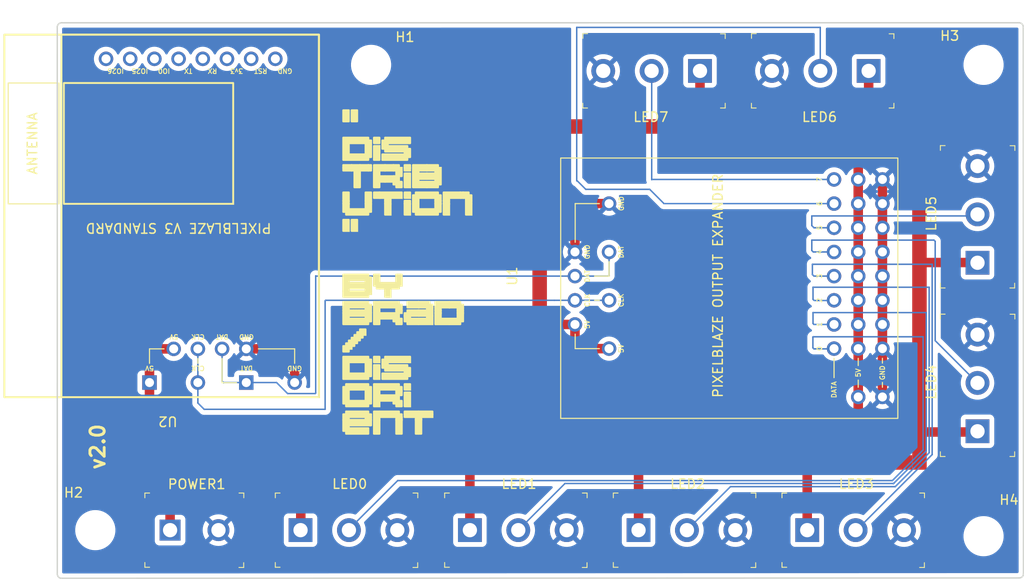
<source format=kicad_pcb>
(kicad_pcb (version 20211014) (generator pcbnew)
  (title_block (title "DiSTRiBUTiOn") (date "2022-11-19") (rev "1"))
  (layers (0 "F.Cu" signal "Top") (31 "B.Cu" signal "Bottom") (34 "B.Paste" user) (35 "F.Paste" user) (36 "B.SilkS" user "B.Silkscreen") (37 "F.SilkS" user "F.Silkscreen") (38 "B.Mask" user) (39 "F.Mask" user) (44 "Edge.Cuts" user))
  (net 0 "")
  (net 5 "+5V")
  (net 6 "/GND")
  (net 7 "/D3")
  (net 8 "/D2")
  (net 9 "/D1")
  (net 10 "/D0")
  (net 11 "/CLK")
  (net 12 "/DAT")
  (net 13 "/D7")
  (net 14 "/D6")
  (net 15 "/D5")
  (net 16 "/D4")
  (footprint "digikey-footprints:TERM_BLOCK_1x3_P5.08MM" (layer "F.Cu") (at 181.53 53.34 180)
    (fp_text reference "LED6")
    (fp_text value "OSTTC032162")
  )
  (footprint "digikey-footprints:Term_Block_1x2_P5.08MM" (layer "F.Cu") (at 108.182 101.6)
    (fp_text reference "POWER1")
    (fp_text value "OSTTC022162")
  )
  (footprint "MountingHole:MountingHole_3.2mm_M3" (layer "F.Cu") (at 129.286 52.705)
    (fp_text reference "H1")
    (fp_text value "MountingHole")
  )
  (footprint "MountingHole:MountingHole_3.2mm_M3" (layer "F.Cu") (at 100.33 101.6)
    (fp_text reference "H2")
    (fp_text value "MountingHole")
  )
  (footprint "digikey-footprints:TERM_BLOCK_1x3_P5.08MM" (layer "F.Cu") (at 192.96 73.5 90)
    (fp_text reference "LED5")
    (fp_text value "OSTTC032162")
  )
  (footprint "Pixelblaze:Pixelblaze-V3-Standard" (layer "F.Cu") (at 107.95 67.31 180)
    (fp_text reference "U2")
    (fp_text value "Pixelblaze-V3-Standard")
  )
  (footprint "digikey-footprints:TERM_BLOCK_1x3_P5.08MM" (layer "F.Cu") (at 139.66 101.6)
    (fp_text reference "LED1")
    (fp_text value "OSTTC032162")
  )
  (footprint "Pixelblaze:Pixelblaze-Output-Expander" (layer "F.Cu") (at 146.654 74.9046 90)
    (fp_text reference "U1")
    (fp_text value "Pixelblaze-Output-Expander")
  )
  (footprint "digikey-footprints:TERM_BLOCK_1x3_P5.08MM" (layer "F.Cu") (at 163.82 53.34 180)
    (fp_text reference "LED7")
    (fp_text value "OSTTC032162")
  )
  (footprint "MountingHole:MountingHole_3.2mm_M3" (layer "F.Cu") (at 193.595 102.235)
    (fp_text reference "H4")
    (fp_text value "MountingHole")
  )
  (footprint "MountingHole:MountingHole_3.2mm_M3" (layer "F.Cu") (at 193.595 52.705)
    (fp_text reference "H3")
    (fp_text value "MountingHole")
  )
  (footprint "digikey-footprints:TERM_BLOCK_1x3_P5.08MM" (layer "F.Cu") (at 175.08 101.6)
    (fp_text reference "LED3")
    (fp_text value "OSTTC032162")
  )
  (footprint "digikey-footprints:TERM_BLOCK_1x3_P5.08MM" (layer "F.Cu") (at 157.37 101.6)
    (fp_text reference "LED2")
    (fp_text value "OSTTC032162")
  )
  (footprint "digikey-footprints:TERM_BLOCK_1x3_P5.08MM" (layer "F.Cu") (at 192.96 91.21 90)
    (fp_text reference "LED4")
    (fp_text value "OSTTC032162")
  )
  (footprint "digikey-footprints:TERM_BLOCK_1x3_P5.08MM" (layer "F.Cu") (at 121.88 101.6)
    (fp_text reference "LED0")
    (fp_text value "OSTTC032162")
  )
  (gr_poly (pts (xy 138.658055 78.496583) (xy 138.365164 78.497375) (xy 138.365164 78.204744) (xy 138.658055 78.203954)) (layer "F.SilkS") (width 0.2) (fill solid))
  (gr_poly (pts (xy 138.950181 66.693255) (xy 138.659138 66.693255) (xy 138.659138 66.107732) (xy 138.950181 66.107732)) (layer "F.SilkS") (width 0.2) (fill solid))
  (gr_poly (pts (xy 126.363159 66.986151) (xy 126.656051 66.985884) (xy 126.656051 66.986151) (xy 126.948677 66.985884) (xy 126.948677 67.278776) (xy 126.656051 67.279043) (xy 126.656051 67.278776) (xy 126.363159 67.279043)) (layer "F.SilkS") (width 0.2) (fill solid))
  (gr_poly (pts (xy 135.730707 89.715711) (xy 134.55967 89.715711) (xy 134.55967 90.006749) (xy 134.267053 90.006749) (xy 134.267053 89.715711) (xy 134.55967 89.715711) (xy 134.55967 89.714383) (xy 134.267053 89.715711) (xy 134.267053 89.42308) (xy 134.55967 89.421756) (xy 134.55967 89.42308) (xy 134.852297 89.421756) (xy 134.852297 89.42308) (xy 135.145189 89.421756) (xy 135.145189 89.42308) (xy 135.437815 89.421756) (xy 135.437815 89.42308) (xy 135.730707 89.421756)) (layer "F.SilkS") (width 0.2) (fill solid))
  (gr_poly (pts (xy 131.046804 60.352518) (xy 133.095984 60.352518) (xy 133.095984 60.35252) (xy 133.388876 60.35252) (xy 133.388876 60.93778) (xy 133.095984 60.93778) (xy 133.095984 60.937778) (xy 131.046804 60.937778) (xy 131.046804 61.230668) (xy 131.339696 61.23067) (xy 131.339696 61.230668) (xy 131.632322 61.23067) (xy 131.632322 61.230668) (xy 131.924948 61.23067) (xy 131.924948 61.230668) (xy 132.21784 61.23067) (xy 132.21784 61.230668) (xy 132.510466 61.23067) (xy 132.510466 61.230668) (xy 132.803358 61.23067) (xy 132.803358 61.230668) (xy 133.095984 61.23067) (xy 133.095984 61.523302) (xy 133.388876 61.523302) (xy 133.388876 62.401456) (xy 133.095984 62.401456) (xy 133.095984 62.694348) (xy 132.803358 62.694348) (xy 132.803358 62.694347) (xy 130.754178 62.694347) (xy 130.754178 62.694345) (xy 130.461552 62.694345) (xy 130.461552 62.10882) (xy 130.754178 62.10882) (xy 130.754178 62.108822) (xy 132.803358 62.108822) (xy 132.803358 61.81593) (xy 130.754178 61.81593) (xy 130.754178 61.523298) (xy 130.461552 61.523298) (xy 130.461552 61.230668) (xy 130.754178 61.230668) (xy 130.754178 61.23067) (xy 131.046804 61.23067) (xy 130.754178 61.230668) (xy 130.461552 61.230668) (xy 130.461552 60.645144) (xy 130.754178 60.645144) (xy 130.754178 60.352516) (xy 131.046804 60.352516)) (layer "F.SilkS") (width 0.2) (fill solid))
  (gr_poly (pts (xy 131.63233 63.521958) (xy 130.754186 63.521958) (xy 130.754186 63.230918) (xy 131.63233 63.230918)) (layer "F.SilkS") (width 0.2) (fill solid))
  (gr_poly (pts (xy 130.167594 61.23067) (xy 130.167594 62.694348) (xy 129.874968 62.694348) (xy 129.874968 62.694347) (xy 129.583933 62.694347) (xy 129.583933 61.230668) (xy 129.874968 61.230668)) (layer "F.SilkS") (width 0.2) (fill solid))
  (gr_poly (pts (xy 133.388901 79.373677) (xy 134.266778 79.373677) (xy 134.266778 79.959199) (xy 133.096008 79.959199) (xy 133.096008 79.66657) (xy 132.803383 79.66657) (xy 132.803383 79.082105) (xy 133.096008 79.081048) (xy 133.096008 79.082105) (xy 133.388901 79.081048)) (layer "F.SilkS") (width 0.2) (fill solid))
  (gr_poly (pts (xy 128.704965 81.081556) (xy 128.412339 81.081556) (xy 128.412339 81.374185) (xy 128.119713 81.374185) (xy 128.119713 81.667077) (xy 127.826821 81.667077) (xy 127.826821 81.95971) (xy 127.534195 81.95971) (xy 127.534195 82.252341) (xy 126.656051 82.252341) (xy 126.656051 81.95971) (xy 126.948677 81.95971) (xy 126.948677 81.667081) (xy 127.241569 81.667081) (xy 127.241569 81.374189) (xy 127.534195 81.374189) (xy 127.534195 81.081559) (xy 127.826821 81.081559) (xy 127.826821 80.788667) (xy 128.119713 80.788663) (xy 128.119713 80.788667) (xy 128.412339 80.788663) (xy 128.412339 80.788667) (xy 128.704965 80.788663)) (layer "F.SilkS") (width 0.2) (fill solid))
  (gr_poly (pts (xy 127.534203 57.474914) (xy 127.826829 57.474914) (xy 127.826829 58.645698) (xy 127.534203 58.645698) (xy 127.534203 58.645696) (xy 127.241578 58.645696) (xy 127.241578 57.474912) (xy 127.534203 57.474912)) (layer "F.SilkS") (width 0.2) (fill solid))
  (gr_poly (pts (xy 130.167594 78.789476) (xy 130.167594 79.960258) (xy 129.583933 79.960258) (xy 129.583933 78.788417) (xy 129.874968 78.789476) (xy 129.874968 78.788417)) (layer "F.SilkS") (width 0.2) (fill solid))
  (gr_poly (pts (xy 130.167594 90.006749) (xy 129.583933 90.006749) (xy 129.583933 89.715711) (xy 130.167594 89.715711)) (layer "F.SilkS") (width 0.2) (fill solid))
  (gr_poly (pts (xy 132.5094 78.788417) (xy 131.923882 78.788417) (xy 131.923882 78.497375) (xy 132.5094 78.497375)) (layer "F.SilkS") (width 0.2) (fill solid))
  (gr_poly (pts (xy 136.31625 63.521958) (xy 135.145213 63.521958) (xy 135.145213 63.230918) (xy 136.31625 63.230918)) (layer "F.SilkS") (width 0.2) (fill solid))
  (gr_poly (pts (xy 132.5094 90.006749) (xy 131.923882 90.006749) (xy 131.923882 89.715711) (xy 132.5094 89.715711)) (layer "F.SilkS") (width 0.2) (fill solid))
  (gr_poly (pts (xy 129.874968 60.352518) (xy 130.167594 60.352518) (xy 130.167594 60.937778) (xy 129.874968 60.937778) (xy 129.874968 60.937776) (xy 129.583933 60.937776) (xy 129.583933 60.352516) (xy 129.874968 60.352516)) (layer "F.SilkS") (width 0.2) (fill solid))
  (gr_poly (pts (xy 133.681535 66.986151) (xy 133.97416 66.985884) (xy 133.97416 66.986151) (xy 134.267053 66.985884) (xy 134.267053 67.278776) (xy 133.97416 67.279043) (xy 133.97416 67.278776) (xy 133.681535 67.279043)) (layer "F.SilkS") (width 0.2) (fill solid))
  (gr_poly (pts (xy 135.730707 79.959199) (xy 134.267053 79.959199) (xy 134.267053 79.373677) (xy 135.145189 79.373677) (xy 135.145189 79.082105) (xy 135.437815 79.081048) (xy 135.437815 79.082105) (xy 135.730707 79.081048)) (layer "F.SilkS") (width 0.2) (fill solid))
  (gr_poly (pts (xy 130.167594 83.959169) (xy 129.583933 83.959169) (xy 129.583933 83.373647) (xy 130.167594 83.373647)) (layer "F.SilkS") (width 0.2) (fill solid))
  (gr_poly (pts (xy 138.950682 78.789476) (xy 138.950682 79.667626) (xy 138.659138 79.667626) (xy 138.659138 78.788417)) (layer "F.SilkS") (width 0.2) (fill solid))
  (gr_poly (pts (xy 130.460486 77.618434) (xy 130.753112 77.618434) (xy 130.753112 77.618438) (xy 131.045738 77.618438) (xy 131.045738 77.618444) (xy 131.338364 77.618444) (xy 131.338364 77.618447) (xy 131.631256 77.618447) (xy 131.631256 77.618451) (xy 131.923882 77.618451) (xy 131.923882 77.618455) (xy 132.216774 77.618455) (xy 132.216774 77.911084) (xy 132.5094 77.911084) (xy 132.5094 78.203977) (xy 131.923882 78.203977) (xy 131.923882 78.203973) (xy 131.631256 78.203973) (xy 131.631256 78.203969) (xy 131.338364 78.203969) (xy 131.338364 78.203965) (xy 131.045738 78.203965) (xy 131.045738 78.203962) (xy 130.753112 78.203962) (xy 130.753112 78.203958) (xy 130.460486 78.203958) (xy 130.460486 78.203954) (xy 130.16866 78.203954) (xy 130.16866 77.61843) (xy 130.460486 77.61843)) (layer "F.SilkS") (width 0.2) (fill solid))
  (gr_poly (pts (xy 133.388901 63.523812) (xy 133.388901 63.816442) (xy 132.803383 63.816442) (xy 132.803383 63.521958) (xy 133.096008 63.523812) (xy 133.096008 63.521958)) (layer "F.SilkS") (width 0.2) (fill solid))
  (gr_poly (pts (xy 129.583933 89.42308) (xy 129.874968 89.421756) (xy 129.874968 89.42308) (xy 130.167594 89.421756) (xy 130.167594 89.714383) (xy 129.874968 89.715711) (xy 129.874968 89.714383) (xy 129.583933 89.715711)) (layer "F.SilkS") (width 0.2) (fill solid))
  (gr_poly (pts (xy 136.316233 66.400362) (xy 136.608859 66.400362) (xy 136.608859 66.985884) (xy 136.023341 66.985884) (xy 136.023341 66.693255) (xy 134.267053 66.693255) (xy 134.267053 66.985884) (xy 133.681535 66.985884) (xy 133.681535 66.400362) (xy 133.97416 66.400362) (xy 133.97416 66.107732) (xy 136.316233 66.107732)) (layer "F.SilkS") (width 0.2) (fill solid))
  (gr_poly (pts (xy 138.658055 78.203954) (xy 137.487036 78.203954) (xy 137.487036 77.61843) (xy 138.658055 77.61843)) (layer "F.SilkS") (width 0.2) (fill solid))
  (gr_poly (pts (xy 130.753112 66.986151) (xy 131.045738 66.985884) (xy 131.045738 66.986151) (xy 131.338364 66.985884) (xy 131.338364 67.278776) (xy 131.045738 67.279043) (xy 131.045738 67.278776) (xy 130.753112 67.279043)) (layer "F.SilkS") (width 0.2) (fill solid))
  (gr_poly (pts (xy 128.997874 63.521958) (xy 128.11973 63.521958) (xy 128.11973 63.230918) (xy 128.997874 63.230918)) (layer "F.SilkS") (width 0.2) (fill solid))
  (gr_poly (pts (xy 138.658055 78.788417) (xy 138.365164 78.788417) (xy 138.365164 78.497375) (xy 138.658055 78.497375)) (layer "F.SilkS") (width 0.2) (fill solid))
  (gr_poly (pts (xy 130.167594 78.788417) (xy 129.583933 78.788417) (xy 129.583933 78.497375) (xy 130.167594 78.497375)) (layer "F.SilkS") (width 0.2) (fill solid))
  (gr_poly (pts (xy 135.730707 78.495525) (xy 135.437815 78.497375) (xy 135.730707 78.497375) (xy 135.730707 79.081048) (xy 134.267053 79.081048) (xy 134.267053 78.497375) (xy 134.55967 78.495525) (xy 134.55967 78.497375) (xy 134.852297 78.495525) (xy 134.852297 78.497375) (xy 135.145189 78.497375) (xy 135.437815 78.497375) (xy 135.437815 78.495525) (xy 135.145189 78.497375) (xy 134.852297 78.497375) (xy 135.145189 78.495525) (xy 135.145189 78.204744) (xy 135.437815 78.202895) (xy 135.437815 78.204744) (xy 135.730707 78.202895)) (layer "F.SilkS") (width 0.2) (fill solid))
  (gr_poly (pts (xy 137.487036 68.449558) (xy 136.901517 68.449558) (xy 136.901517 67.279043) (xy 137.487036 67.279043)) (layer "F.SilkS") (width 0.2) (fill solid))
  (gr_poly (pts (xy 129.290483 78.789476) (xy 129.290483 79.667626) (xy 128.997858 79.667626) (xy 128.997858 79.960258) (xy 126.363159 79.960258) (xy 126.363159 79.374734) (xy 126.948677 79.374734) (xy 128.704965 79.374734) (xy 128.704965 79.082105) (xy 126.948677 79.082105) (xy 126.948677 79.374734) (xy 126.363159 79.374734) (xy 126.363159 78.788417) (xy 126.656051 78.789476) (xy 126.656051 78.788417) (xy 126.948677 78.789476) (xy 126.948677 78.788417) (xy 127.241569 78.789476) (xy 127.241569 78.788417) (xy 127.534195 78.789476) (xy 127.534195 78.788417) (xy 127.826821 78.789476) (xy 127.826821 78.788417) (xy 128.119713 78.789476) (xy 128.119713 78.788417) (xy 128.412339 78.789476) (xy 128.412339 78.788417) (xy 128.704965 78.789476) (xy 128.704965 78.788417) (xy 128.997858 78.789476) (xy 128.997858 78.788417)) (layer "F.SilkS") (width 0.2) (fill solid))
  (gr_poly (pts (xy 128.997858 77.911061) (xy 129.290483 77.911061) (xy 129.290483 78.203954) (xy 126.363159 78.203954) (xy 126.363159 77.61843) (xy 128.997858 77.61843)) (layer "F.SilkS") (width 0.2) (fill solid))
  (gr_poly (pts (xy 127.241569 63.521958) (xy 126.363159 63.521958) (xy 126.363159 63.230918) (xy 127.241569 63.230918)) (layer "F.SilkS") (width 0.2) (fill solid))
  (gr_poly (pts (xy 134.266778 90.007276) (xy 134.266778 91.470693) (xy 133.974152 91.470693) (xy 133.974152 90.006749)) (layer "F.SilkS") (width 0.2) (fill solid))
  (gr_poly (pts (xy 128.704965 80.788663) (xy 128.119713 80.788663) (xy 128.119713 80.496032) (xy 128.704965 80.496032)) (layer "F.SilkS") (width 0.2) (fill solid))
  (gr_poly (pts (xy 136.608875 78.788417) (xy 136.023357 78.788417) (xy 136.023357 78.497375) (xy 136.608875 78.497375)) (layer "F.SilkS") (width 0.2) (fill solid))
  (gr_poly (pts (xy 130.167594 88.59308) (xy 129.583933 88.59308) (xy 129.583933 86.251252) (xy 130.167594 86.251252)) (layer "F.SilkS") (width 0.2) (fill solid))
  (gr_poly (pts (xy 135.145213 63.816442) (xy 135.145213 63.521958) (xy 135.437838 63.523812) (xy 135.437838 63.521958) (xy 135.730731 63.523812) (xy 135.730731 63.521958) (xy 136.023357 63.523812) (xy 136.023357 63.521958) (xy 136.31625 63.523812) (xy 136.31625 63.521958) (xy 136.608875 63.523814) (xy 136.608875 65.280118) (xy 136.31625 65.280118) (xy 136.31625 65.572748) (xy 136.023357 65.572748) (xy 136.023357 65.572744) (xy 135.145213 65.572744) (xy 135.145213 64.987221) (xy 136.023357 64.987221) (xy 136.023357 64.694592) (xy 135.145213 64.694592) (xy 135.145213 64.401966) (xy 136.31625 64.401966) (xy 136.31625 64.401968) (xy 136.608875 64.401968) (xy 136.31625 64.401966) (xy 135.145213 64.401966) (xy 135.145213 64.401964) (xy 135.437838 64.401964) (xy 135.145213 64.401962) (xy 135.437838 64.401962) (xy 135.437838 64.401964) (xy 135.730731 64.401964) (xy 135.437838 64.401962) (xy 135.730731 64.401962) (xy 135.730731 64.401964) (xy 136.023357 64.401964) (xy 135.730731 64.401962) (xy 135.437838 64.401962) (xy 135.145213 64.401962) (xy 135.145213 64.109069) (xy 136.023357 64.109069) (xy 136.023357 63.816442) (xy 136.31625 63.816442) (xy 136.023357 63.815646) (xy 136.31625 63.815646) (xy 136.31625 63.816444) (xy 136.608875 63.816444) (xy 136.31625 63.815646) (xy 136.023357 63.815646) (xy 136.023357 63.816442)) (layer "F.SilkS") (width 0.2) (fill solid))
  (gr_poly (pts (xy 131.338364 77.082376) (xy 130.753112 77.082376) (xy 130.753112 76.497125) (xy 131.045738 76.496854) (xy 131.045738 76.497125) (xy 131.338364 76.496854)) (layer "F.SilkS") (width 0.2) (fill solid))
  (gr_poly (pts (xy 129.583933 78.204744) (xy 129.874968 78.203954) (xy 129.874968 78.204744) (xy 130.167594 78.203954) (xy 130.167594 78.496583) (xy 129.874968 78.497375) (xy 129.874968 78.496583) (xy 129.583933 78.497375)) (layer "F.SilkS") (width 0.2) (fill solid))
  (gr_poly (pts (xy 129.290483 90.006749) (xy 128.704965 90.006749) (xy 128.704965 89.715711) (xy 129.290483 89.715711)) (layer "F.SilkS") (width 0.2) (fill solid))
  (gr_poly (pts (xy 126.656051 60.35252) (xy 126.948677 60.35252) (xy 126.948677 60.352524) (xy 128.997858 60.352524) (xy 128.997858 60.645158) (xy 129.290483 60.645158) (xy 129.290483 62.401467) (xy 128.997858 62.401467) (xy 128.997858 62.694357) (xy 128.704965 62.694357) (xy 128.704965 62.694353) (xy 126.656051 62.694353) (xy 126.656051 62.694348) (xy 126.363159 62.694348) (xy 126.363159 62.108828) (xy 126.948677 62.108828) (xy 128.704965 62.108828) (xy 128.704965 61.230678) (xy 128.997858 61.230678) (xy 128.704965 61.230668) (xy 128.997858 61.230668) (xy 128.997858 61.230682) (xy 129.290483 61.230682) (xy 128.997858 61.230668) (xy 128.704965 61.230668) (xy 128.704965 60.937784) (xy 126.948677 60.937784) (xy 126.948677 62.108828) (xy 126.363159 62.108828) (xy 126.363159 61.23067) (xy 126.656051 61.23067) (xy 126.363159 61.230668) (xy 126.656051 61.230668) (xy 126.656051 61.230674) (xy 126.948677 61.230674) (xy 126.656051 61.230668) (xy 126.363159 61.230668) (xy 126.363159 60.352516) (xy 126.656051 60.352516)) (layer "F.SilkS") (width 0.2) (fill solid))
  (gr_poly (pts (xy 130.167594 78.203954) (xy 129.583933 78.203954) (xy 129.583933 77.61843) (xy 130.167594 77.61843)) (layer "F.SilkS") (width 0.2) (fill solid))
  (gr_poly (pts (xy 134.266778 78.202895) (xy 133.096008 78.202895) (xy 133.096008 77.617374) (xy 134.266778 77.617374)) (layer "F.SilkS") (width 0.2) (fill solid))
  (gr_poly (pts (xy 126.363159 82.252607) (xy 126.656051 82.252341) (xy 126.656051 82.252607) (xy 126.948677 82.252341) (xy 126.948677 82.252607) (xy 127.241569 82.252341) (xy 127.241569 82.545499) (xy 126.948677 82.545499) (xy 126.948677 82.837863) (xy 126.363159 82.837863) (xy 126.363159 82.545499) (xy 126.656051 82.545499) (xy 126.948677 82.545499) (xy 126.948677 82.545234) (xy 126.656051 82.545499) (xy 126.656051 82.545234) (xy 126.363159 82.545499)) (layer "F.SilkS") (width 0.2) (fill solid))
  (gr_poly (pts (xy 133.388876 83.959165) (xy 131.046804 83.959165) (xy 131.046804 84.251794) (xy 133.095984 84.251794) (xy 133.095984 84.54469) (xy 133.388876 84.54469) (xy 133.388876 85.422843) (xy 133.095984 85.422843) (xy 133.095984 85.715469) (xy 130.461552 85.715469) (xy 130.461552 85.129947) (xy 132.803358 85.129947) (xy 132.803358 84.837318) (xy 130.754178 84.837318) (xy 130.754178 84.544686) (xy 130.461552 84.544686) (xy 130.461552 83.666272) (xy 130.754178 83.666272) (xy 130.754178 83.373647) (xy 131.046804 83.373643) (xy 131.046804 83.373647) (xy 131.339696 83.373643) (xy 131.339696 83.373647) (xy 131.632322 83.373643) (xy 131.632322 83.373647) (xy 131.924948 83.373643) (xy 131.924948 83.373647) (xy 132.21784 83.373643) (xy 132.21784 83.373647) (xy 132.510466 83.373643) (xy 132.510466 83.373647) (xy 132.803358 83.373643) (xy 132.803358 83.373647) (xy 133.095984 83.373643) (xy 133.095984 83.373647) (xy 133.388876 83.373643)) (layer "F.SilkS") (width 0.2) (fill solid))
  (gr_poly (pts (xy 131.632338 63.816442) (xy 131.632338 63.521958) (xy 131.924964 63.523812) (xy 131.924964 63.521958) (xy 132.217856 63.523812) (xy 132.217856 63.521958) (xy 132.510482 63.523814) (xy 132.510482 64.401968) (xy 132.217856 64.401968) (xy 132.217856 64.987226) (xy 132.510482 64.987226) (xy 132.510482 65.572748) (xy 131.924964 65.572748) (xy 131.924964 65.280114) (xy 131.632338 65.280114) (xy 131.632338 64.401962) (xy 131.924964 64.401964) (xy 131.924964 63.816442) (xy 132.217856 63.816442) (xy 131.924964 63.815646) (xy 132.217856 63.815646) (xy 132.217856 63.816444) (xy 132.510482 63.816444) (xy 132.217856 63.815646) (xy 131.924964 63.815646) (xy 131.924964 63.816442)) (layer "F.SilkS") (width 0.2) (fill solid))
  (gr_poly (pts (xy 126.948677 70.156383) (xy 126.363159 70.156383) (xy 126.363159 68.985338) (xy 126.948677 68.985338)) (layer "F.SilkS") (width 0.2) (fill solid))
  (gr_poly (pts (xy 138.950682 78.788417) (xy 138.659138 78.788417) (xy 138.659138 78.497375) (xy 138.950682 78.497375)) (layer "F.SilkS") (width 0.2) (fill solid))
  (gr_poly (pts (xy 130.16866 89.715711) (xy 130.16866 89.42308) (xy 130.460486 89.421756) (xy 130.460486 89.42308) (xy 130.753112 89.421756) (xy 130.753112 89.42308) (xy 131.045738 89.421756) (xy 131.045738 89.42308) (xy 131.338364 89.421756) (xy 131.338364 89.42308) (xy 131.631256 89.421756) (xy 131.631256 89.42308) (xy 131.923882 89.421756) (xy 131.923882 89.42308) (xy 132.216774 89.421756) (xy 132.216774 89.42308) (xy 132.5094 89.421756) (xy 132.5094 89.714383) (xy 132.216774 89.715711) (xy 132.216774 89.714383) (xy 131.923882 89.715711)) (layer "F.SilkS") (width 0.2) (fill solid))
  (gr_poly (pts (xy 135.145205 63.521958) (xy 133.681535 63.521958) (xy 133.681535 63.230918) (xy 135.145205 63.230918)) (layer "F.SilkS") (width 0.2) (fill solid))
  (gr_poly (pts (xy 138.950682 78.203954) (xy 138.659138 78.203954) (xy 138.659138 77.911061) (xy 138.950682 77.911061)) (layer "F.SilkS") (width 0.2) (fill solid))
  (gr_poly (pts (xy 132.5094 66.693255) (xy 131.338364 66.693255) (xy 131.338364 66.985884) (xy 130.753112 66.985884) (xy 130.753112 66.693255) (xy 130.16866 66.693255) (xy 130.16866 66.107732) (xy 132.5094 66.107732)) (layer "F.SilkS") (width 0.2) (fill solid))
  (gr_poly (pts (xy 139.243323 66.986151) (xy 139.53595 66.985884) (xy 139.53595 66.986151) (xy 139.828842 66.985884) (xy 139.828842 67.278776) (xy 139.53595 67.279043) (xy 139.53595 67.278776) (xy 139.243323 67.279043)) (layer "F.SilkS") (width 0.2) (fill solid))
  (gr_poly (pts (xy 137.487019 78.203954) (xy 136.023357 78.203954) (xy 136.023357 77.61843) (xy 137.487019 77.61843)) (layer "F.SilkS") (width 0.2) (fill solid))
  (gr_poly (pts (xy 129.290483 78.496583) (xy 128.997858 78.497375) (xy 129.290483 78.497375) (xy 129.290483 78.788417) (xy 126.363159 78.788417) (xy 126.363159 78.497375) (xy 126.948677 78.497375) (xy 127.241569 78.496583) (xy 127.241569 78.497375) (xy 127.534195 78.496583) (xy 127.534195 78.497375) (xy 127.826821 78.496583) (xy 127.826821 78.497375) (xy 128.119713 78.496583) (xy 128.119713 78.497375) (xy 128.412339 78.496583) (xy 128.412339 78.497375) (xy 128.704965 78.497375) (xy 128.997858 78.497375) (xy 128.997858 78.496583) (xy 128.704965 78.497375) (xy 128.412339 78.497375) (xy 128.704965 78.496583) (xy 128.704965 78.204744) (xy 128.997858 78.203954) (xy 128.997858 78.204744) (xy 129.290483 78.203954)) (layer "F.SilkS") (width 0.2) (fill solid))
  (gr_poly (pts (xy 128.997858 83.666272) (xy 129.290483 83.666272) (xy 129.290483 85.422839) (xy 128.997858 85.422839) (xy 128.997858 85.715472) (xy 126.363159 85.715472) (xy 126.363159 85.129951) (xy 126.948677 85.129951) (xy 128.704965 85.129951) (xy 128.704965 83.959169) (xy 126.948677 83.959169) (xy 126.948677 85.129951) (xy 126.363159 85.129951) (xy 126.363159 83.373647) (xy 128.997858 83.373647)) (layer "F.SilkS") (width 0.2) (fill solid))
  (gr_poly (pts (xy 134.55967 90.007276) (xy 134.55967 91.470693) (xy 134.267053 91.470693) (xy 134.267053 90.006749)) (layer "F.SilkS") (width 0.2) (fill solid))
  (gr_poly (pts (xy 127.241569 63.523812) (xy 127.241569 63.816442) (xy 126.363159 63.816442) (xy 126.363159 63.521958) (xy 126.656051 63.523812) (xy 126.656051 63.521958) (xy 126.948677 63.523812) (xy 126.948677 63.521958)) (layer "F.SilkS") (width 0.2) (fill solid))
  (gr_poly (pts (xy 135.437815 77.910003) (xy 135.730707 77.910003) (xy 135.730707 78.202895) (xy 134.267053 78.202895) (xy 134.267053 77.617374) (xy 135.437815 77.617374)) (layer "F.SilkS") (width 0.2) (fill solid))
  (gr_poly (pts (xy 134.266778 79.081048) (xy 132.803383 79.081048) (xy 132.803383 78.788417) (xy 133.096008 78.788417) (xy 133.096008 78.497375) (xy 133.388901 78.495525) (xy 133.388901 78.497375) (xy 133.681526 78.495525) (xy 133.681526 78.497375) (xy 133.974152 78.495525) (xy 133.974152 78.497375) (xy 134.266778 78.495525)) (layer "F.SilkS") (width 0.2) (fill solid))
  (gr_poly (pts (xy 138.657805 66.693255) (xy 137.487036 66.693255) (xy 137.487036 66.985884) (xy 136.901517 66.985884) (xy 136.901517 66.107732) (xy 138.657805 66.107732)) (layer "F.SilkS") (width 0.2) (fill solid))
  (gr_poly (pts (xy 129.290508 63.523812) (xy 129.290508 63.816442) (xy 128.997882 63.816442) (xy 128.997882 63.521958)) (layer "F.SilkS") (width 0.2) (fill solid))
  (gr_poly (pts (xy 138.950682 78.496583) (xy 138.659138 78.497375) (xy 138.659138 78.204744) (xy 138.950682 78.203954)) (layer "F.SilkS") (width 0.2) (fill solid))
  (gr_poly (pts (xy 129.290483 90.007272) (xy 129.290483 90.592534) (xy 126.948677 90.592534) (xy 126.948677 90.885427) (xy 128.997858 90.885427) (xy 128.997858 91.470681) (xy 126.656051 91.470681) (xy 126.656051 91.17806) (xy 126.363159 91.17806) (xy 126.363159 90.006749) (xy 126.656051 90.007276) (xy 126.656051 90.006749) (xy 126.948677 90.007272) (xy 126.948677 90.006749) (xy 127.241569 90.007272) (xy 127.241569 90.006749) (xy 127.534195 90.007272) (xy 127.534195 90.006749) (xy 127.826821 90.007272) (xy 127.826821 90.006749) (xy 128.119713 90.007272) (xy 128.119713 90.006749) (xy 128.412339 90.007272) (xy 128.412339 90.006749) (xy 128.704965 90.007272) (xy 128.704965 90.006749) (xy 128.997858 90.007272) (xy 128.997858 90.006749)) (layer "F.SilkS") (width 0.2) (fill solid))
  (gr_poly (pts (xy 134.266778 89.421756) (xy 132.803383 89.421756) (xy 132.803383 89.128863) (xy 134.266778 89.128863)) (layer "F.SilkS") (width 0.2) (fill solid))
  (gr_poly (pts (xy 132.217856 63.521958) (xy 131.632338 63.521958) (xy 131.632338 63.230918) (xy 132.217856 63.230918)) (layer "F.SilkS") (width 0.2) (fill solid))
  (gr_poly (pts (xy 126.948677 67.864037) (xy 128.704965 67.864037) (xy 128.704965 67.279043) (xy 129.290483 67.279043) (xy 129.290483 68.156928) (xy 128.997858 68.156928) (xy 128.997858 68.449558) (xy 126.656051 68.449558) (xy 126.656051 68.156928) (xy 126.363159 68.156928) (xy 126.363159 67.279043) (xy 126.948677 67.279043)) (layer "F.SilkS") (width 0.2) (fill solid))
  (gr_poly (pts (xy 128.997858 86.544149) (xy 129.290483 86.544149) (xy 129.290483 88.300454) (xy 128.997858 88.300454) (xy 128.997858 88.593084) (xy 126.656051 88.593084) (xy 126.656051 88.300454) (xy 126.363159 88.300454) (xy 126.363159 88.007823) (xy 126.948677 88.007823) (xy 128.704965 88.007823) (xy 128.704965 86.83678) (xy 126.948677 86.83678) (xy 126.948677 88.007823) (xy 126.363159 88.007823) (xy 126.363159 86.544149) (xy 126.656051 86.544149) (xy 126.656051 86.251256) (xy 128.997858 86.251256)) (layer "F.SilkS") (width 0.2) (fill solid))
  (gr_poly (pts (xy 126.948677 66.985884) (xy 126.363159 66.985884) (xy 126.363159 66.107732) (xy 126.948677 66.107732)) (layer "F.SilkS") (width 0.2) (fill solid))
  (gr_poly (pts (xy 136.901517 66.986151) (xy 137.194143 66.985884) (xy 137.194143 66.986151) (xy 137.487036 66.985884) (xy 137.487036 67.278776) (xy 137.194143 67.279043) (xy 137.194143 67.278776) (xy 136.901517 67.279043)) (layer "F.SilkS") (width 0.2) (fill solid))
  (gr_poly (pts (xy 130.754178 63.523812) (xy 130.754178 63.816442) (xy 130.16866 63.816442) (xy 130.16866 64.401962) (xy 130.461552 64.401964) (xy 130.461552 64.401962) (xy 130.754178 64.401964) (xy 130.754178 64.987221) (xy 130.16866 64.987221) (xy 130.16866 65.572748) (xy 129.583933 65.572748) (xy 129.583933 63.816442) (xy 129.874968 63.816442) (xy 129.583933 63.815646) (xy 129.874968 63.815646) (xy 129.874968 63.816442) (xy 130.16866 63.816442) (xy 129.874968 63.815646) (xy 129.583933 63.815646) (xy 129.583933 63.521958) (xy 129.874968 63.523812) (xy 129.874968 63.521958) (xy 130.16866 63.523812) (xy 130.16866 63.521958) (xy 130.461552 63.523812) (xy 130.461552 63.521958)) (layer "F.SilkS") (width 0.2) (fill solid))
  (gr_poly (pts (xy 133.388901 88.59308) (xy 132.803383 88.59308) (xy 132.803383 87.129666) (xy 133.388901 87.129666)) (layer "F.SilkS") (width 0.2) (fill solid))
  (gr_poly (pts (xy 130.167594 85.715472) (xy 129.583933 85.715472) (xy 129.583933 84.2518) (xy 130.167594 84.2518)) (layer "F.SilkS") (width 0.2) (fill solid))
  (gr_poly (pts (xy 128.997874 63.523812) (xy 128.997874 63.816442) (xy 128.11973 63.816442) (xy 128.11973 63.521958) (xy 128.412355 63.523812) (xy 128.412355 63.521958) (xy 128.704981 63.523812) (xy 128.704981 63.521958)) (layer "F.SilkS") (width 0.2) (fill solid))
  (gr_poly (pts (xy 136.023341 66.986151) (xy 136.316233 66.985884) (xy 136.316233 66.986151) (xy 136.608859 66.985884) (xy 136.608859 67.278776) (xy 136.316233 67.279043) (xy 136.316233 67.278776) (xy 136.023341 67.279043)) (layer "F.SilkS") (width 0.2) (fill solid))
  (gr_poly (pts (xy 127.241578 63.816442) (xy 127.241578 63.521958) (xy 127.534203 63.523812) (xy 127.534203 63.521958) (xy 127.826829 63.523812) (xy 127.826829 63.521958) (xy 128.119722 63.523812) (xy 128.119722 65.572748) (xy 127.534203 65.572748) (xy 127.534203 63.816442) (xy 127.826829 63.816442) (xy 127.534203 63.815646) (xy 127.826829 63.815646) (xy 127.826829 63.816442) (xy 128.119722 63.816442) (xy 127.826829 63.815646) (xy 127.534203 63.815646) (xy 127.534203 63.816442)) (layer "F.SilkS") (width 0.2) (fill solid))
  (gr_poly (pts (xy 139.828842 68.449558) (xy 139.243323 68.449558) (xy 139.243323 67.279043) (xy 139.828842 67.279043)) (layer "F.SilkS") (width 0.2) (fill solid))
  (gr_poly (pts (xy 129.290483 66.985884) (xy 128.704965 66.985884) (xy 128.704965 66.107732) (xy 129.290483 66.107732)) (layer "F.SilkS") (width 0.2) (fill solid))
  (gr_poly (pts (xy 132.216774 89.421756) (xy 130.16866 89.421756) (xy 130.16866 89.128863) (xy 132.216774 89.128863)) (layer "F.SilkS") (width 0.2) (fill solid))
  (gr_poly (pts (xy 126.363159 78.204744) (xy 126.656051 78.203954) (xy 126.656051 78.204744) (xy 126.948677 78.203954) (xy 126.948677 78.496583) (xy 126.656051 78.497375) (xy 126.656051 78.496583) (xy 126.363159 78.497375)) (layer "F.SilkS") (width 0.2) (fill solid))
  (gr_poly (pts (xy 132.5094 75.911332) (xy 132.216774 75.911332) (xy 132.216774 76.203962) (xy 131.338364 76.203962) (xy 131.338364 76.496854) (xy 130.753112 76.496854) (xy 130.753112 76.203962) (xy 130.16866 76.203962) (xy 130.16866 75.618703) (xy 131.923882 75.618703) (xy 131.923882 74.740293) (xy 132.216774 74.740287) (xy 132.216774 74.740293) (xy 132.5094 74.740287)) (layer "F.SilkS") (width 0.2) (fill solid))
  (gr_poly (pts (xy 126.656051 57.47491) (xy 126.948677 57.47491) (xy 126.948677 58.645694) (xy 126.656051 58.645694) (xy 126.656051 58.645692) (xy 126.363159 58.645692) (xy 126.363159 57.474908) (xy 126.656051 57.474908)) (layer "F.SilkS") (width 0.2) (fill solid))
  (gr_poly (pts (xy 132.5094 90.007276) (xy 132.5094 91.470693) (xy 131.923882 91.470693) (xy 131.923882 90.006749) (xy 132.216774 90.007276) (xy 132.216774 90.006749)) (layer "F.SilkS") (width 0.2) (fill solid))
  (gr_poly (pts (xy 136.023357 78.204744) (xy 136.31625 78.203954) (xy 136.31625 78.204744) (xy 136.608875 78.203954) (xy 136.608875 78.496583) (xy 136.31625 78.497375) (xy 136.31625 78.496583) (xy 136.023357 78.497375)) (layer "F.SilkS") (width 0.2) (fill solid))
  (gr_poly (pts (xy 134.266778 89.714383) (xy 133.974152 89.715711) (xy 132.803383 89.715711) (xy 132.803383 89.42308) (xy 133.096008 89.421756) (xy 133.096008 89.42308) (xy 133.388901 89.421756) (xy 133.388901 89.42308) (xy 133.681526 89.421756) (xy 133.681526 89.42308) (xy 133.974152 89.421756) (xy 133.974152 89.42308) (xy 134.266778 89.421756)) (layer "F.SilkS") (width 0.2) (fill solid))
  (gr_poly (pts (xy 139.53595 66.400362) (xy 139.828842 66.400362) (xy 139.828842 66.985884) (xy 139.243323 66.985884) (xy 139.243323 66.693255) (xy 138.950698 66.693255) (xy 138.950698 66.107732) (xy 139.53595 66.107732)) (layer "F.SilkS") (width 0.2) (fill solid))
  (gr_poly (pts (xy 130.754178 63.521958) (xy 129.583933 63.521958) (xy 129.583933 63.230918) (xy 130.754178 63.230918)) (layer "F.SilkS") (width 0.2) (fill solid))
  (gr_poly (pts (xy 133.388901 65.572744) (xy 132.803383 65.572744) (xy 132.803383 64.401964) (xy 133.096008 64.401964) (xy 132.803383 64.401962) (xy 133.096008 64.401962) (xy 133.096008 64.401964) (xy 133.388901 64.401964) (xy 133.096008 64.401962) (xy 132.803383 64.401962) (xy 132.803383 64.109069) (xy 133.388901 64.109069)) (layer "F.SilkS") (width 0.2) (fill solid))
  (gr_poly (pts (xy 130.167594 90.007276) (xy 130.167594 91.470693) (xy 129.583933 91.470693) (xy 129.583933 90.006749) (xy 129.874968 90.007276) (xy 129.874968 90.006749)) (layer "F.SilkS") (width 0.2) (fill solid))
  (gr_poly (pts (xy 127.826829 70.156383) (xy 127.241578 70.156383) (xy 127.241578 68.985338) (xy 127.826829 68.985338)) (layer "F.SilkS") (width 0.2) (fill solid))
  (gr_poly (pts (xy 131.63233 63.523812) (xy 131.63233 63.816442) (xy 130.754186 63.816442) (xy 130.754186 63.521958) (xy 131.046812 63.523812) (xy 131.046812 63.521958) (xy 131.339438 63.523812) (xy 131.339438 63.521958)) (layer "F.SilkS") (width 0.2) (fill solid))
  (gr_poly (pts (xy 126.363159 89.42308) (xy 126.656051 89.421756) (xy 126.656051 89.42308) (xy 126.948677 89.42175) (xy 126.948677 89.42308) (xy 127.241569 89.42175) (xy 127.241569 89.42308) (xy 127.534195 89.42175) (xy 127.534195 89.42308) (xy 127.826821 89.42175) (xy 127.826821 89.42308) (xy 128.119713 89.42175) (xy 128.119713 89.42308) (xy 128.412339 89.42175) (xy 128.412339 89.42308) (xy 128.704965 89.42175) (xy 128.704965 89.42308) (xy 128.997858 89.42175) (xy 128.997858 89.42308) (xy 129.290483 89.42175) (xy 129.290483 89.714379) (xy 128.997858 89.715711) (xy 128.997858 89.714379) (xy 128.704965 89.715711) (xy 126.948677 89.715711) (xy 126.948677 90.006749) (xy 126.363159 90.006749) (xy 126.363159 89.715711) (xy 126.656051 89.715711) (xy 126.948677 89.715711) (xy 126.948677 89.714379) (xy 126.656051 89.715711) (xy 126.656051 89.714383) (xy 126.363159 89.715711)) (layer "F.SilkS") (width 0.2) (fill solid))
  (gr_poly (pts (xy 134.267053 67.864037) (xy 136.023341 67.864037) (xy 136.023341 67.279043) (xy 136.608859 67.279043) (xy 136.608859 68.156928) (xy 136.316233 68.156928) (xy 136.316233 68.449558) (xy 133.97416 68.449558) (xy 133.97416 68.156928) (xy 133.681535 68.156928) (xy 133.681535 67.279043) (xy 134.267053 67.279043)) (layer "F.SilkS") (width 0.2) (fill solid))
  (gr_poly (pts (xy 135.145205 63.523812) (xy 135.145205 63.816442) (xy 134.267053 63.816442) (xy 134.267053 64.109069) (xy 135.145205 64.109069) (xy 135.145205 64.694592) (xy 134.267053 64.694592) (xy 134.267053 64.987221) (xy 135.145205 64.987221) (xy 135.145205 65.572744) (xy 134.267053 65.572744) (xy 134.267053 65.572748) (xy 133.681535 65.572748) (xy 133.681535 64.401962) (xy 134.267053 64.401962) (xy 134.267053 64.401964) (xy 134.559686 64.401964) (xy 134.267053 64.401962) (xy 134.559686 64.401962) (xy 134.559686 64.401964) (xy 134.852313 64.401964) (xy 134.559686 64.401962) (xy 134.852313 64.401962) (xy 134.852313 64.401964) (xy 135.145205 64.401964) (xy 134.852313 64.401962) (xy 134.559686 64.401962) (xy 134.267053 64.401962) (xy 133.681535 64.401962) (xy 133.681535 63.816442) (xy 133.97416 63.816442) (xy 133.681535 63.815646) (xy 133.97416 63.815646) (xy 133.97416 63.816442) (xy 134.267053 63.816442) (xy 133.97416 63.815646) (xy 133.681535 63.815646) (xy 133.681535 63.521958) (xy 133.97416 63.523812) (xy 133.97416 63.521958) (xy 134.267053 63.523812) (xy 134.267053 63.521958) (xy 134.559686 63.523812) (xy 134.559686 63.521958) (xy 134.852313 63.523812) (xy 134.852313 63.521958)) (layer "F.SilkS") (width 0.2) (fill solid))
  (gr_poly (pts (xy 132.216774 86.544141) (xy 132.5094 86.544141) (xy 132.5094 87.422294) (xy 132.216774 87.422294) (xy 132.216774 88.007815) (xy 132.5094 88.007815) (xy 132.5094 88.593076) (xy 131.923882 88.593076) (xy 131.923882 88.300449) (xy 131.631256 88.300449) (xy 131.631256 88.007819) (xy 130.16866 88.007819) (xy 130.16866 87.422298) (xy 131.923882 87.422298) (xy 131.923882 86.836776) (xy 130.16866 86.836776) (xy 130.16866 86.251252) (xy 131.923882 86.251252) (xy 131.923882 86.251249) (xy 132.216774 86.251249)) (layer "F.SilkS") (width 0.2) (fill solid))
  (gr_poly (pts (xy 133.388901 63.521958) (xy 132.803383 63.521958) (xy 132.803383 63.230918) (xy 133.388901 63.230918)) (layer "F.SilkS") (width 0.2) (fill solid))
  (gr_poly (pts (xy 136.608875 78.789476) (xy 136.608875 79.374734) (xy 137.487019 79.374734) (xy 137.487019 79.960258) (xy 136.023357 79.960258) (xy 136.023357 78.788417) (xy 136.31625 78.789476) (xy 136.31625 78.788417)) (layer "F.SilkS") (width 0.2) (fill solid))
  (gr_poly (pts (xy 128.704965 66.986151) (xy 128.997858 66.985884) (xy 128.997858 66.986151) (xy 129.290483 66.985884) (xy 129.290483 67.278776) (xy 128.997858 67.279043) (xy 128.997858 67.278776) (xy 128.704965 67.279043)) (layer "F.SilkS") (width 0.2) (fill solid))
  (gr_poly (pts (xy 130.167594 89.421756) (xy 129.583933 89.421756) (xy 129.583933 89.128863) (xy 130.167594 89.128863)) (layer "F.SilkS") (width 0.2) (fill solid))
  (gr_poly (pts (xy 132.803383 66.986151) (xy 133.096008 66.985884) (xy 133.096008 66.986151) (xy 133.388901 66.985884) (xy 133.388901 67.278776) (xy 133.096008 67.279043) (xy 133.096008 67.278776) (xy 132.803383 67.279043)) (layer "F.SilkS") (width 0.2) (fill solid))
  (gr_poly (pts (xy 128.997858 75.033183) (xy 129.290483 75.033183) (xy 129.290483 76.496858) (xy 128.704965 76.496858) (xy 128.704965 76.203965) (xy 126.948677 76.203965) (xy 126.948677 76.496858) (xy 126.363159 76.496858) (xy 126.363159 75.618707) (xy 126.948677 75.618707) (xy 128.704965 75.618707) (xy 128.704965 75.325814) (xy 126.948677 75.325814) (xy 126.948677 75.618707) (xy 126.363159 75.618707) (xy 126.363159 74.740293) (xy 128.997858 74.740293)) (layer "F.SilkS") (width 0.2) (fill solid))
  (gr_poly (pts (xy 135.730707 89.421756) (xy 134.267053 89.421756) (xy 134.267053 89.128863) (xy 135.730707 89.128863)) (layer "F.SilkS") (width 0.2) (fill solid))
  (gr_poly (pts (xy 130.167594 66.693255) (xy 129.583933 66.693255) (xy 129.583933 66.107732) (xy 130.167594 66.107732)) (layer "F.SilkS") (width 0.2) (fill solid))
  (gr_poly (pts (xy 129.290483 76.789489) (xy 128.997858 76.789489) (xy 128.997858 77.082381) (xy 126.363159 77.082381) (xy 126.363159 76.497125) (xy 126.656051 76.496858) (xy 126.656051 76.497125) (xy 126.948677 76.496858) (xy 126.948677 76.497125) (xy 127.241569 76.496858) (xy 127.241569 76.497125) (xy 127.534195 76.496858) (xy 127.534195 76.497125) (xy 127.826821 76.496858) (xy 127.826821 76.497125) (xy 128.119713 76.496858) (xy 128.119713 76.497125) (xy 128.412339 76.496858) (xy 128.412339 76.497125) (xy 128.704965 76.496858) (xy 128.704965 76.497125) (xy 128.997858 76.496858) (xy 128.997858 76.497125) (xy 129.290483 76.496858)) (layer "F.SilkS") (width 0.2) (fill solid))
  (gr_poly (pts (xy 131.63233 64.401964) (xy 131.63233 64.987221) (xy 130.754186 64.987221) (xy 130.754186 64.401962) (xy 131.046812 64.401964) (xy 131.046812 64.401962) (xy 131.339438 64.401964) (xy 131.339438 64.401962)) (layer "F.SilkS") (width 0.2) (fill solid))
  (gr_poly (pts (xy 134.266778 90.006749) (xy 133.974152 90.006749) (xy 133.974152 89.715711) (xy 134.266778 89.715711)) (layer "F.SilkS") (width 0.2) (fill solid))
  (gr_poly (pts (xy 129.290508 63.521958) (xy 128.997882 63.521958) (xy 128.997882 63.230918) (xy 129.290508 63.230918)) (layer "F.SilkS") (width 0.2) (fill solid))
  (gr_poly (pts (xy 133.388901 66.693255) (xy 132.803383 66.693255) (xy 132.803383 66.107732) (xy 133.388901 66.107732)) (layer "F.SilkS") (width 0.2) (fill solid))
  (gr_poly (pts (xy 131.338364 68.449558) (xy 130.753112 68.449558) (xy 130.753112 67.279043) (xy 131.338364 67.279043)) (layer "F.SilkS") (width 0.2) (fill solid))
  (gr_poly (pts (xy 132.216774 78.789498) (xy 132.216774 79.374759) (xy 132.5094 79.374759) (xy 132.5094 79.960281) (xy 131.923882 79.960281) (xy 131.923882 79.667651) (xy 131.631256 79.667651) (xy 131.631256 79.374755) (xy 131.338364 79.374755) (xy 131.338364 79.374751) (xy 131.045738 79.374751) (xy 131.045738 79.374747) (xy 130.753112 79.374747) (xy 130.753112 79.374744) (xy 130.460486 79.374744) (xy 130.460486 79.37474) (xy 130.16866 79.37474) (xy 130.16866 79.082109) (xy 130.460486 79.082109) (xy 130.16866 79.082105) (xy 130.460486 79.082105) (xy 130.460486 79.082112) (xy 130.753112 79.082112) (xy 130.460486 79.082105) (xy 130.753112 79.082105) (xy 130.753112 79.082116) (xy 131.045738 79.082116) (xy 130.753112 79.082105) (xy 131.045738 79.082105) (xy 131.045738 79.082122) (xy 131.338364 79.082122) (xy 131.045738 79.082105) (xy 131.338364 79.082105) (xy 131.338364 79.082126) (xy 131.631256 79.082126) (xy 131.338364 79.082105) (xy 131.631256 79.082105) (xy 131.631256 79.08213) (xy 131.923882 79.08213) (xy 131.631256 79.082105) (xy 131.923882 79.082105) (xy 131.923882 79.08213) (xy 132.216774 79.08213) (xy 131.923882 79.082105) (xy 131.631256 79.082105) (xy 131.338364 79.082105) (xy 131.045738 79.082105) (xy 130.753112 79.082105) (xy 130.460486 79.082105) (xy 130.16866 79.082105) (xy 130.16866 78.788417) (xy 130.460486 78.789479) (xy 130.460486 78.788417) (xy 130.753112 78.789483) (xy 130.753112 78.788417) (xy 131.045738 78.789487) (xy 131.045738 78.788417) (xy 131.338364 78.789491) (xy 131.338364 78.788417) (xy 131.631256 78.789495) (xy 131.631256 78.788417) (xy 131.923882 78.789498) (xy 131.923882 78.788417)) (layer "F.SilkS") (width 0.2) (fill solid))
  (gr_poly (pts (xy 131.923882 78.204744) (xy 132.216774 78.203977) (xy 132.216774 78.204744) (xy 132.5094 78.203977) (xy 132.5094 78.496608) (xy 132.216774 78.497375) (xy 132.216774 78.496608) (xy 131.923882 78.497375)) (layer "F.SilkS") (width 0.2) (fill solid))
  (gr_poly (pts (xy 138.658055 78.789476) (xy 138.658055 79.960258) (xy 137.487036 79.960258) (xy 137.487036 79.374734) (xy 138.365164 79.374734) (xy 138.365164 78.788417)) (layer "F.SilkS") (width 0.2) (fill solid))
  (gr_poly (pts (xy 133.388901 86.836776) (xy 132.803383 86.836776) (xy 132.803383 86.251252) (xy 133.388901 86.251252)) (layer "F.SilkS") (width 0.2) (fill solid))
  (gr_poly (pts (xy 130.167594 76.203962) (xy 129.874968 76.203962) (xy 129.874968 75.911336) (xy 129.583933 75.911336) (xy 129.583933 74.740293) (xy 129.874968 74.740293) (xy 130.167594 74.740287)) (layer "F.SilkS") (width 0.2) (fill solid))
  (gr_poly (pts (xy 128.119722 63.521958) (xy 127.241578 63.521958) (xy 127.241578 63.230918) (xy 128.119722 63.230918)) (layer "F.SilkS") (width 0.2) (fill solid))
  (gr_poly (pts (xy 128.997858 89.42175) (xy 126.656051 89.42175) (xy 126.656051 89.12886) (xy 128.997858 89.12886)) (layer "F.SilkS") (width 0.2) (fill solid))
  (gr_poly (pts (xy 133.388901 68.449558) (xy 132.803383 68.449558) (xy 132.803383 67.279043) (xy 133.388901 67.279043)) (layer "F.SilkS") (width 0.2) (fill solid))
  (gr_arc (start 96.791058 106.659931) (mid 96.4692 106.5276) (end 96.340894 106.204116) (layer "Edge.Cuts") (width 0.15))
  (gr_arc (start 197.786 106.172) (mid 197.653668 106.493869) (end 197.330185 106.622164) (layer "Edge.Cuts") (width 0.15))
  (gr_line (start 96.336869 48.734258) (end 96.340894 106.204116) (layer "Edge.Cuts") (width 0.15))
  (gr_line (start 197.330185 106.622164) (end 96.791058 106.659931) (layer "Edge.Cuts") (width 0.15))
  (gr_arc (start 197.311742 48.280069) (mid 197.633624 48.412384) (end 197.761906 48.735884) (layer "Edge.Cuts") (width 0.15))
  (gr_line (start 197.761906 48.735884) (end 197.786 106.172) (layer "Edge.Cuts") (width 0.15))
  (gr_line (start 197.311742 48.280069) (end 96.792684 48.284094) (layer "Edge.Cuts") (width 0.15))
  (gr_arc (start 96.336869 48.734258) (mid 96.4692 48.4124) (end 96.792684 48.284094) (layer "Edge.Cuts") (width 0.15))
  (gr_text "GND" (at 116.205 81.28 180) (layer "F.SilkS") (effects (font (size 0.5 0.5) (thickness 0.1))))
  (gr_text "v2.0" (at 100.584 92.837 90) (layer "F.SilkS") (effects (font (size 1.5 1.5) (thickness 0.3))))
  (segment (start 108.182 101.6) (end 108.182 94.51) (width 1) (layer "F.Cu") (net 5))
  (segment (start 180.436 64.7446) (end 180.436 59.387) (width 1) (layer "F.Cu") (net 5))
  (segment (start 180.436 74.9046) (end 180.436 77.4446) (width 1) (layer "F.Cu") (net 5))
  (segment (start 180.436 67.2846) (end 180.436 69.8246) (width 1) (layer "F.Cu") (net 5))
  (segment (start 157.37 101.589) (end 157.37 94.499) (width 1) (layer "F.Cu") (net 5))
  (segment (start 106.0196 86.09) (end 106.0196 94.4626) (width 1) (layer "F.Cu") (net 5))
  (segment (start 108.182 94.51) (end 108.204 94.488) (width 0.1524) (layer "F.Cu") (net 5))
  (segment (start 180.436 77.4446) (end 180.436 79.9846) (width 1) (layer "F.Cu") (net 5))
  (segment (start 180.436 79.9846) (end 180.436 82.5246) (width 1) (layer "F.Cu") (net 5))
  (segment (start 180.436 72.3646) (end 180.436 74.9046) (width 1) (layer "F.Cu") (net 5))
  (segment (start 180.436 69.8246) (end 180.436 72.3646) (width 1) (layer "F.Cu") (net 5))
  (segment (start 108.5596 82.55) (end 105.98 82.55) (width 1) (layer "F.Cu") (net 5))
  (segment (start 163.82 53.34) (end 163.82 59.182) (width 1) (layer "F.Cu") (net 5))
  (segment (start 180.436 64.7446) (end 180.436 67.2846) (width 1) (layer "F.Cu") (net 5))
  (segment (start 121.904 101.589) (end 121.904 94.499) (width 1) (layer "F.Cu") (net 5))
  (segment (start 192.948 91.2876) (end 186.876 91.2876) (width 1) (layer "F.Cu") (net 5))
  (segment (start 139.66 101.589) (end 139.66 94.499) (width 1) (layer "F.Cu") (net 5))
  (segment (start 150.694 82.4988) (end 150.7198 82.5246) (width 0.1524) (layer "F.Cu") (net 5))
  (segment (start 180.436 82.5246) (end 180.436 87.6046) (width 1) (layer "F.Cu") (net 5))
  (segment (start 175.08 101.589) (end 175.08 94.499) (width 1) (layer "F.Cu") (net 5))
  (segment (start 106.0196 82.5564) (end 106.0196 86.09) (width 1) (layer "F.Cu") (net 5))
  (segment (start 150.7198 82.5246) (end 154.274 82.5246) (width 1) (layer "F.Cu") (net 5))
  (segment (start 192.936 73.476) (end 186.864 73.476) (width 1) (layer "F.Cu") (net 5))
  (segment (start 180.436 87.6046) (end 180.436 94.312) (width 1) (layer "F.Cu") (net 5))
  (segment (start 181.53 53.467) (end 181.53 59.309) (width 1) (layer "F.Cu") (net 5))
  (segment (start 150.694 79.9846) (end 147.0114 79.9846) (width 1) (layer "F.Cu") (net 5))
  (segment (start 150.694 79.9846) (end 150.694 82.4988) (width 1) (layer "F.Cu") (net 5))
  (segment (start 116.1796 82.55) (end 121.204 82.55) (width 1) (layer "F.Cu") (net 6))
  (segment (start 150.694 67.412) (end 150.694 72.3646) (width 1) (layer "F.Cu") (net 6))
  (segment (start 182.976 69.8246) (end 182.976 67.2846) (width 1) (layer "F.Cu") (net 6))
  (segment (start 182.976 79.9846) (end 182.976 77.4446) (width 1) (layer "F.Cu") (net 6))
  (segment (start 182.976 72.3646) (end 182.976 69.8246) (width 1) (layer "F.Cu") (net 6))
  (segment (start 120.904 82.55) (end 121.2596 82.9056) (width 0.1524) (layer "F.Cu") (net 6))
  (segment (start 182.976 82.5246) (end 182.976 79.9846) (width 1) (layer "F.Cu") (net 6))
  (segment (start 182.976 87.6046) (end 182.976 82.5246) (width 1) (layer "F.Cu") (net 6))
  (segment (start 182.976 77.4446) (end 182.976 74.9046) (width 1) (layer "F.Cu") (net 6))
  (segment (start 121.2596 82.6056) (end 121.2596 86.09) (width 1) (layer "F.Cu") (net 6))
  (segment (start 182.976 67.2846) (end 182.976 64.7446) (width 1) (layer "F.Cu") (net 6))
  (segment (start 154.274 67.2846) (end 150.8214 67.2846) (width 1) (layer "F.Cu") (net 6))
  (segment (start 150.8214 67.2846) (end 150.694 67.412) (width 0.1524) (layer "F.Cu") (net 6))
  (segment (start 182.976 74.9046) (end 182.976 72.3646) (width 1) (layer "F.Cu") (net 6))
  (segment (start 175.6245 73.66) (end 188.1975 73.66) (width 0.1524) (layer "B.Cu") (net 7))
  (segment (start 175.7896 74.9046) (end 175.6245 74.7395) (width 0.1524) (layer "B.Cu") (net 7))
  (segment (start 188.1975 73.66) (end 188.1975 93.6625) (width 0.1524) (layer "B.Cu") (net 7))
  (segment (start 177.896 74.9046) (end 175.7896 74.9046) (width 0.1524) (layer "B.Cu") (net 7))
  (segment (start 188.1975 93.6625) (end 180.26 101.6) (width 0.1524) (layer "B.Cu") (net 7))
  (segment (start 175.6245 74.7395) (end 175.6245 73.66) (width 0.1524) (layer "B.Cu") (net 7))
  (segment (start 184.324 97.028) (end 187.88 93.472) (width 0.1524) (layer "B.Cu") (net 8))
  (segment (start 175.688 77.343) (end 175.815 77.47) (width 0.1524) (layer "B.Cu") (net 8))
  (segment (start 175.688 76.073) (end 175.688 77.343) (width 0.1524) (layer "B.Cu") (net 8))
  (segment (start 167.022 97.028) (end 184.324 97.028) (width 0.1524) (layer "B.Cu") (net 8))
  (segment (start 187.88 76.073) (end 175.688 76.073) (width 0.1524) (layer "B.Cu") (net 8))
  (segment (start 187.88 93.472) (end 187.88 76.073) (width 0.1524) (layer "B.Cu") (net 8))
  (segment (start 162.45 101.6) (end 167.022 97.028) (width 0.1524) (layer "B.Cu") (net 8))
  (segment (start 175.8404 77.47) (end 177.896 77.47) (width 0.1524) (layer "B.Cu") (net 8))
  (segment (start 175.7896 79.9846) (end 177.896 79.9846) (width 0.1524) (layer "B.Cu") (net 9))
  (segment (start 175.688 79.883) (end 175.7896 79.9846) (width 0.1524) (layer "B.Cu") (net 9))
  (segment (start 184.1208 96.7232) (end 184.1735 96.6705) (width 0.1524) (layer "B.Cu") (net 9))
  (segment (start 175.688 78.74) (end 175.688 79.883) (width 0.1524) (layer "B.Cu") (net 9))
  (segment (start 184.1735 96.6705) (end 187.5752 93.2688) (width 0.1524) (layer "B.Cu") (net 9))
  (segment (start 149.6422 96.6978) (end 184.1462 96.6978) (width 0.1524) (layer "B.Cu") (net 9))
  (segment (start 184.1462 96.6978) (end 184.1735 96.6705) (width 0.1524) (layer "B.Cu") (net 9))
  (segment (start 187.5752 78.74) (end 175.688 78.74) (width 0.1524) (layer "B.Cu") (net 9))
  (segment (start 144.74 101.6) (end 149.6422 96.6978) (width 0.1524) (layer "B.Cu") (net 9))
  (segment (start 187.5752 93.2688) (end 187.5752 78.74) (width 0.1524) (layer "B.Cu") (net 9))
  (segment (start 187.245 93.167948) (end 184.019948 96.393) (width 0.1524) (layer "B.Cu") (net 10))
  (segment (start 175.7016 81.28) (end 187.245 81.28) (width 0.1524) (layer "B.Cu") (net 10))
  (segment (start 187.245 81.28) (end 187.245 93.167948) (width 0.1524) (layer "B.Cu") (net 10))
  (segment (start 184.019948 96.393) (end 132.08 96.393) (width 0.1524) (layer "B.Cu") (net 10))
  (segment (start 175.6762 82.4484) (end 175.6762 81.3054) (width 0.1524) (layer "B.Cu") (net 10))
  (segment (start 175.6762 81.3054) (end 175.7016 81.28) (width 0.1524) (layer "B.Cu") (net 10))
  (segment (start 132.08 96.393) (end 126.8095 101.6635) (width 0.1524) (layer "B.Cu") (net 10))
  (segment (start 175.688 82.4484) (end 175.7896 82.55) (width 0.1524) (layer "B.Cu") (net 10))
  (segment (start 175.7778 82.55) (end 177.8842 82.55) (width 0.1524) (layer "B.Cu") (net 10))
  (segment (start 124.46 88.9) (end 124.46 77.4954) (width 0.1524) (layer "B.Cu") (net 11))
  (segment (start 111.0996 82.55) (end 111.0996 86.09) (width 0.1524) (layer "B.Cu") (net 11))
  (segment (start 111.0996 86.09) (end 111.0996 88.2396) (width 0.1524) (layer "B.Cu") (net 11))
  (segment (start 111.0996 88.2396) (end 111.76 88.9) (width 0.1524) (layer "B.Cu") (net 11))
  (segment (start 124.5108 77.4446) (end 148.51 77.4446) (width 0.1524) (layer "B.Cu") (net 11))
  (segment (start 150.694 77.4446) (end 154.274 77.4446) (width 0.1524) (layer "B.Cu") (net 11))
  (segment (start 124.46 77.4954) (end 124.5108 77.4446) (width 0.1524) (layer "B.Cu") (net 11))
  (segment (start 111.76 88.9) (end 124.46 88.9) (width 0.1524) (layer "B.Cu") (net 11))
  (segment (start 148.5354 77.4446) (end 150.694 77.4446) (width 0.1524) (layer "B.Cu") (net 11))
  (segment (start 120.523 87.249) (end 119.364 86.09) (width 0.1524) (layer "B.Cu") (net 12))
  (segment (start 123.4694 87.1982) (end 123.4186 87.249) (width 0.1524) (layer "B.Cu") (net 12))
  (segment (start 154.274 74.8556) (end 154.274 72.3646) (width 0.1524) (layer "B.Cu") (net 12))
  (segment (start 123.4694 74.8792) (end 123.4694 87.1982) (width 0.1524) (layer "B.Cu") (net 12))
  (segment (start 113.808 86.09) (end 116.1796 86.09) (width 0.1524) (layer "B.Cu") (net 12))
  (segment (start 154.225 74.9046) (end 154.274 74.8556) (width 0.1524) (layer "B.Cu") (net 12))
  (segment (start 113.792 86.106) (end 113.808 86.09) (width 0.1524) (layer "B.Cu") (net 12))
  (segment (start 123.4186 87.249) (end 120.523 87.249) (width 0.1524) (layer "B.Cu") (net 12))
  (segment (start 113.6396 82.55) (end 113.6396 85.9536) (width 0.1524) (layer "B.Cu") (net 12))
  (segment (start 119.364 86.09) (end 116.1796 86.09) (width 0.1524) (layer "B.Cu") (net 12))
  (segment (start 150.694 74.9046) (end 123.4948 74.9046) (width 0.1524) (layer "B.Cu") (net 12))
  (segment (start 113.6396 85.9536) (end 113.792 86.106) (width 0.1524) (layer "B.Cu") (net 12))
  (segment (start 150.694 74.9046) (end 154.225 74.9046) (width 0.1524) (layer "B.Cu") (net 12))
  (segment (start 123.4948 74.9046) (end 123.4694 74.8792) (width 0.1524) (layer "B.Cu") (net 12))
  (segment (start 158.75 64.77) (end 158.75 53.34) (width 0.1524) (layer "B.Cu") (net 13))
  (segment (start 177.896 64.7446) (end 158.7754 64.7446) (width 0.1524) (layer "B.Cu") (net 13))
  (segment (start 158.7754 64.7446) (end 158.75 64.77) (width 0.1524) (layer "B.Cu") (net 13))
  (segment (start 158.543 65.786) (end 160.0416 67.2846) (width 0.1524) (layer "B.Cu") (net 14))
  (segment (start 160.0416 67.2846) (end 177.896 67.2846) (width 0.1524) (layer "B.Cu") (net 14))
  (segment (start 176.45 48.768) (end 176.45 53.34) (width 0.1524) (layer "B.Cu") (net 14))
  (segment (start 150.9395 64.897) (end 151.8285 65.786) (width 0.1524) (layer "B.Cu") (net 14))
  (segment (start 150.876 64.897) (end 150.876 48.768) (width 0.1524) (layer "B.Cu") (net 14))
  (segment (start 150.876 48.768) (end 176.45 48.768) (width 0.1524) (layer "B.Cu") (net 14))
  (segment (start 151.8285 65.786) (end 158.543 65.786) (width 0.1524) (layer "B.Cu") (net 14))
  (segment (start 191.92 68.58) (end 175.561 68.58) (width 0.1524) (layer "B.Cu") (net 15))
  (segment (start 175.7896 69.8246) (end 177.896 69.8246) (width 0.1524) (layer "B.Cu") (net 15))
  (segment (start 175.561 69.596) (end 175.7896 69.8246) (width 0.1524) (layer "B.Cu") (net 15))
  (segment (start 175.561 68.58) (end 175.561 69.596) (width 0.1524) (layer "B.Cu") (net 15))
  (segment (start 175.7134 72.3646) (end 177.896 72.3646) (width 0.1524) (layer "B.Cu") (net 16))
  (segment (start 175.561 71.12) (end 175.561 72.2122) (width 0.1524) (layer "B.Cu") (net 16))
  (segment (start 188.515 81.685) (end 188.515 71.247) (width 0.1524) (layer "B.Cu") (net 16))
  (segment (start 188.515 71.247) (end 188.388 71.12) (width 0.1524) (layer "B.Cu") (net 16))
  (segment (start 192.96 86.13) (end 188.515 81.685) (width 0.1524) (layer "B.Cu") (net 16))
  (segment (start 175.561 72.2122) (end 175.7134 72.3646) (width 0.1524) (layer "B.Cu") (net 16))
  (segment (start 188.388 71.12) (end 175.561 71.12) (width 0.1524) (layer "B.Cu") (net 16))
  (zone (net 5) (net_name "+5V") (layer "F.Cu") (connect_pads (clearance 0.508)) (min_thickness 0.254) (fill yes (thermal_gap 0.508) (thermal_bridge_width 0.508))
    (polygon (pts (xy 186.102 95.25) (xy 105.584 95.25) (xy 105.584 93.726) (xy 186.102 93.726)))
  )
  (zone (net 5) (net_name "+5V") (layer "F.Cu") (connect_pads (clearance 0.508)) (min_thickness 0.254) (fill yes (thermal_gap 0.508) (thermal_bridge_width 0.508))
    (polygon (pts (xy 187.626 59.944) (xy 146.224 59.944) (xy 146.224 58.42) (xy 187.626 58.42)))
  )
  (zone (net 5) (net_name "+5V") (layer "F.Cu") (connect_pads (clearance 0.508)) (min_thickness 0.254) (fill yes (thermal_gap 0.508) (thermal_bridge_width 0.508))
    (polygon (pts (xy 146.224 93.726) (xy 146.224 59.944) (xy 147.748 59.944) (xy 147.748 93.726)))
  )
  (zone (net 5) (net_name "+5V") (layer "F.Cu") (connect_pads (clearance 0.508)) (min_thickness 0.254) (fill yes (thermal_gap 0.508) (thermal_bridge_width 0.508))
    (polygon (pts (xy 187.626 59.944) (xy 187.626 95.25) (xy 186.102 95.25) (xy 186.102 59.944)))
  )
  (zone (net 6) (net_name "/GND") (layer "B.Cu") (connect_pads (clearance 0.508)) (min_thickness 0.254) (fill yes (thermal_gap 0.508) (thermal_bridge_width 0.508))
    (polygon (pts (xy 197.866 106.68) (xy 96.266 106.68) (xy 96.266 48.26) (xy 197.866 48.26)))
  )
)
</source>
